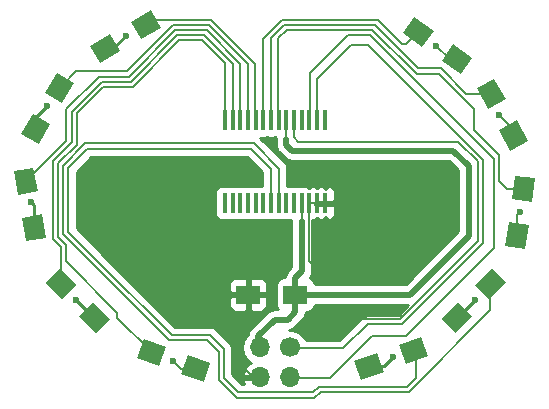
<source format=gbl>
G04 #@! TF.FileFunction,Copper,L2,Bot,Signal*
%FSLAX46Y46*%
G04 Gerber Fmt 4.6, Leading zero omitted, Abs format (unit mm)*
G04 Created by KiCad (PCBNEW 4.0.7) date 06/18/18 14:14:14*
%MOMM*%
%LPD*%
G01*
G04 APERTURE LIST*
%ADD10C,0.100000*%
%ADD11C,1.700000*%
%ADD12O,1.700000X1.700000*%
%ADD13R,2.000000X1.600000*%
%ADD14R,0.431800X1.651000*%
%ADD15C,0.600000*%
%ADD16C,0.200000*%
%ADD17C,0.500000*%
%ADD18C,0.250000*%
%ADD19C,0.254000*%
G04 APERTURE END LIST*
D10*
D11*
X101270000Y-115730000D03*
D12*
X101270000Y-118270000D03*
X98730000Y-115730000D03*
X98730000Y-118270000D03*
D10*
G36*
X118360280Y-109037638D02*
X119562362Y-110239720D01*
X118148148Y-111653934D01*
X116946066Y-110451852D01*
X118360280Y-109037638D01*
X118360280Y-109037638D01*
G37*
G36*
X115531852Y-111866066D02*
X116733934Y-113068148D01*
X115319720Y-114482362D01*
X114117638Y-113280280D01*
X115531852Y-111866066D01*
X115531852Y-111866066D01*
G37*
G36*
X112383360Y-114824701D02*
X112964795Y-116422179D01*
X111085410Y-117106219D01*
X110503975Y-115508741D01*
X112383360Y-114824701D01*
X112383360Y-114824701D01*
G37*
G36*
X108624590Y-116192781D02*
X109206025Y-117790259D01*
X107326640Y-118474299D01*
X106745205Y-116876821D01*
X108624590Y-116192781D01*
X108624590Y-116192781D01*
G37*
G36*
X120352791Y-101177899D02*
X122036247Y-101414493D01*
X121757901Y-103395029D01*
X120074445Y-103158435D01*
X120352791Y-101177899D01*
X120352791Y-101177899D01*
G37*
G36*
X119796099Y-105138971D02*
X121479555Y-105375565D01*
X121201209Y-107356101D01*
X119517753Y-107119507D01*
X119796099Y-105138971D01*
X119796099Y-105138971D01*
G37*
G36*
X117094080Y-93762208D02*
X118595091Y-92964107D01*
X119534034Y-94730002D01*
X118033023Y-95528103D01*
X117094080Y-93762208D01*
X117094080Y-93762208D01*
G37*
G36*
X118971966Y-97293998D02*
X120472977Y-96495897D01*
X121411920Y-98261792D01*
X119910909Y-99059893D01*
X118971966Y-97293998D01*
X118971966Y-97293998D01*
G37*
G36*
X110847004Y-89145550D02*
X111822084Y-87752991D01*
X113460388Y-88900144D01*
X112485308Y-90292703D01*
X110847004Y-89145550D01*
X110847004Y-89145550D01*
G37*
G36*
X114123612Y-91439856D02*
X115098692Y-90047297D01*
X116736996Y-91194450D01*
X115761916Y-92587009D01*
X114123612Y-91439856D01*
X114123612Y-91439856D01*
G37*
G36*
X89549076Y-87171878D02*
X90399076Y-88644122D01*
X88667026Y-89644122D01*
X87817026Y-88171878D01*
X89549076Y-87171878D01*
X89549076Y-87171878D01*
G37*
G36*
X86084974Y-89171878D02*
X86934974Y-90644122D01*
X85202924Y-91644122D01*
X84352924Y-90171878D01*
X86084974Y-89171878D01*
X86084974Y-89171878D01*
G37*
G36*
X81535878Y-92480924D02*
X83008122Y-93330924D01*
X82008122Y-95062974D01*
X80535878Y-94212974D01*
X81535878Y-92480924D01*
X81535878Y-92480924D01*
G37*
G36*
X79535878Y-95945026D02*
X81008122Y-96795026D01*
X80008122Y-98527076D01*
X78535878Y-97677076D01*
X79535878Y-95945026D01*
X79535878Y-95945026D01*
G37*
G36*
X77889969Y-100825177D02*
X79564142Y-100529975D01*
X79911439Y-102499591D01*
X78237266Y-102794793D01*
X77889969Y-100825177D01*
X77889969Y-100825177D01*
G37*
G36*
X78584561Y-104764409D02*
X80258734Y-104469207D01*
X80606031Y-106438823D01*
X78931858Y-106734025D01*
X78584561Y-104764409D01*
X78584561Y-104764409D01*
G37*
G36*
X80589638Y-110239720D02*
X81791720Y-109037638D01*
X83205934Y-110451852D01*
X82003852Y-111653934D01*
X80589638Y-110239720D01*
X80589638Y-110239720D01*
G37*
G36*
X83418066Y-113068148D02*
X84620148Y-111866066D01*
X86034362Y-113280280D01*
X84832280Y-114482362D01*
X83418066Y-113068148D01*
X83418066Y-113068148D01*
G37*
G36*
X88330205Y-116612679D02*
X88911640Y-115015201D01*
X90791025Y-115699241D01*
X90209590Y-117296719D01*
X88330205Y-116612679D01*
X88330205Y-116612679D01*
G37*
G36*
X92088975Y-117980759D02*
X92670410Y-116383281D01*
X94549795Y-117067321D01*
X93968360Y-118664799D01*
X92088975Y-117980759D01*
X92088975Y-117980759D01*
G37*
D13*
X101745800Y-111252000D03*
X97745800Y-111252000D03*
D14*
X95775000Y-96495000D03*
X96425000Y-96495000D03*
X97075000Y-96495000D03*
X97725000Y-96495000D03*
X98375000Y-96495000D03*
X99025000Y-96495000D03*
X99675000Y-96495000D03*
X100325000Y-96495000D03*
X100975000Y-96495000D03*
X101625000Y-96495000D03*
X102275000Y-96495000D03*
X102925000Y-96495000D03*
X103575000Y-96495000D03*
X104225000Y-96495000D03*
X104225000Y-103505000D03*
X103575000Y-103505000D03*
X102925000Y-103505000D03*
X102275000Y-103505000D03*
X101625000Y-103505000D03*
X100975000Y-103505000D03*
X100325000Y-103505000D03*
X99675000Y-103505000D03*
X99025000Y-103505000D03*
X98375000Y-103505000D03*
X97725000Y-103505000D03*
X97075000Y-103505000D03*
X96425000Y-103505000D03*
X95775000Y-103505000D03*
D15*
X103632000Y-113538000D03*
X96139000Y-113665000D03*
X96012000Y-108966000D03*
X103632000Y-109093000D03*
X91389200Y-116878100D03*
X83174840Y-111749840D03*
X79364840Y-103444040D03*
X80736440Y-95290640D03*
X87401400Y-89347040D03*
X113665000Y-90170000D03*
X118999000Y-96012000D03*
X120777000Y-104267000D03*
X116954300Y-111709200D03*
X110032800Y-116573300D03*
D16*
X102275000Y-103505000D02*
X102275000Y-105192200D01*
D17*
X102275000Y-109294300D02*
X102275000Y-105054400D01*
X101745800Y-109823500D02*
X102275000Y-109294300D01*
X101745800Y-109823500D02*
X101745800Y-111252000D01*
X100975000Y-98059400D02*
X100975000Y-98587400D01*
X111455200Y-111252000D02*
X101745800Y-111252000D01*
X116433600Y-106273600D02*
X111455200Y-111252000D01*
X116433600Y-100380800D02*
X116433600Y-106273600D01*
X115112800Y-99060000D02*
X116433600Y-100380800D01*
X101447600Y-99060000D02*
X115112800Y-99060000D01*
X100975000Y-98587400D02*
X101447600Y-99060000D01*
D16*
X100975000Y-96495000D02*
X100975000Y-98059400D01*
D17*
X98567240Y-115813840D02*
X98567240Y-114792760D01*
X101745800Y-112719100D02*
X101745800Y-111252000D01*
X101079300Y-113385600D02*
X101745800Y-112719100D01*
X99974400Y-113385600D02*
X101079300Y-113385600D01*
X98567240Y-114792760D02*
X99974400Y-113385600D01*
D16*
X97745800Y-111252000D02*
X96393000Y-111252000D01*
X101625000Y-97942000D02*
X101625000Y-96495000D01*
X101981000Y-98298000D02*
X101625000Y-97942000D01*
X115537712Y-98298000D02*
X101981000Y-98298000D01*
X117221000Y-99981288D02*
X115537712Y-98298000D01*
X117221000Y-106680000D02*
X117221000Y-99981288D01*
X110617000Y-113284000D02*
X117221000Y-106680000D01*
X106934000Y-113284000D02*
X110617000Y-113284000D01*
X106553000Y-113665000D02*
X106934000Y-113284000D01*
X103759000Y-113665000D02*
X106553000Y-113665000D01*
X103632000Y-113538000D02*
X103759000Y-113665000D01*
X96139000Y-111506000D02*
X96139000Y-113665000D01*
X96393000Y-111252000D02*
X96139000Y-111506000D01*
X102925000Y-103505000D02*
X102925000Y-108386000D01*
X97745800Y-108667800D02*
X97745800Y-111252000D01*
X97409000Y-108331000D02*
X97745800Y-108667800D01*
X96647000Y-108331000D02*
X97409000Y-108331000D01*
X96012000Y-108966000D02*
X96647000Y-108331000D01*
X102925000Y-108386000D02*
X103632000Y-109093000D01*
X102925000Y-103505000D02*
X103575000Y-103505000D01*
X103575000Y-103505000D02*
X104225000Y-103505000D01*
X98567240Y-118353840D02*
X98237040Y-118353840D01*
X98237040Y-118353840D02*
X96545400Y-116662200D01*
X97786440Y-113135160D02*
X97786440Y-111170720D01*
X96545400Y-114376200D02*
X97786440Y-113135160D01*
X96545400Y-116662200D02*
X96545400Y-114376200D01*
X98567240Y-118353840D02*
X98432620Y-118353840D01*
X93319385Y-117524040D02*
X92035140Y-117524040D01*
X92035140Y-117524040D02*
X91389200Y-116878100D01*
D18*
X84726214Y-113174214D02*
X84599214Y-113174214D01*
X84599214Y-113174214D02*
X83174840Y-111749840D01*
X79595296Y-105601616D02*
X79595296Y-103674496D01*
X79595296Y-103674496D02*
X79364840Y-103444040D01*
X79772000Y-97236051D02*
X79772000Y-96255080D01*
X79772000Y-96255080D02*
X80736440Y-95290640D01*
X85643949Y-90408000D02*
X86340440Y-90408000D01*
X86340440Y-90408000D02*
X87401400Y-89347040D01*
D16*
X115430304Y-91317153D02*
X114812153Y-91317153D01*
X114812153Y-91317153D02*
X113665000Y-90170000D01*
X118999000Y-96012000D02*
X120191943Y-97204943D01*
X120191943Y-97204943D02*
X120191943Y-97777895D01*
X120498654Y-106247536D02*
X120498654Y-104545346D01*
X120498654Y-104545346D02*
X120777000Y-104267000D01*
D18*
X115425786Y-113174214D02*
X115489286Y-113174214D01*
X115489286Y-113174214D02*
X116954300Y-111709200D01*
X115425786Y-113174214D02*
X115501986Y-113174214D01*
X109272560Y-117333540D02*
X110032800Y-116573300D01*
X107975615Y-117333540D02*
X109272560Y-117333540D01*
D16*
X95752920Y-96441260D02*
X95752920Y-91612720D01*
X95752920Y-91612720D02*
X93853000Y-89712800D01*
X93853000Y-89712800D02*
X91892120Y-89712800D01*
X91892120Y-89712800D02*
X87955120Y-93649800D01*
X87955120Y-93649800D02*
X85486240Y-93649800D01*
X85486240Y-93649800D02*
X83215480Y-95920560D01*
X83215480Y-95920560D02*
X83215480Y-98567240D01*
X83215480Y-98567240D02*
X81666080Y-100116640D01*
X81666080Y-100116640D02*
X81666080Y-106385360D01*
X81666080Y-106385360D02*
X82326480Y-107045760D01*
X82326480Y-107045760D02*
X82326480Y-108422440D01*
X82326480Y-108422440D02*
X86680040Y-112776000D01*
X86680040Y-112776000D02*
X86680040Y-113275385D01*
X86680040Y-113275385D02*
X89560615Y-116155960D01*
X96433640Y-96469200D02*
X96433640Y-91699080D01*
X96433640Y-91699080D02*
X94035880Y-89301320D01*
X94035880Y-89301320D02*
X91709240Y-89301320D01*
X91709240Y-89301320D02*
X87797640Y-93212920D01*
X87797640Y-93212920D02*
X85338920Y-93212920D01*
X85338920Y-93212920D02*
X82788760Y-95763080D01*
X82788760Y-95763080D02*
X82788760Y-98343720D01*
X82788760Y-98343720D02*
X81193640Y-99938840D01*
X81193640Y-99938840D02*
X81193640Y-106527600D01*
X81193640Y-106527600D02*
X81897786Y-107231746D01*
X81897786Y-107231746D02*
X81897786Y-110345786D01*
D18*
X82023654Y-110345786D02*
X81897786Y-110345786D01*
D16*
X97094040Y-96428560D02*
X97094040Y-91734640D01*
X97094040Y-91734640D02*
X94239080Y-88879680D01*
X94239080Y-88879680D02*
X91561920Y-88879680D01*
X91561920Y-88879680D02*
X87640160Y-92801440D01*
X87640160Y-92801440D02*
X85095080Y-92801440D01*
X85095080Y-92801440D02*
X82341720Y-95554800D01*
X82341720Y-95554800D02*
X82341720Y-98221368D01*
X82341720Y-98221368D02*
X78900704Y-101662384D01*
X97713800Y-96489520D02*
X97713800Y-91724480D01*
X97713800Y-91724480D02*
X94421960Y-88432640D01*
X94421960Y-88432640D02*
X91363800Y-88432640D01*
X91363800Y-88432640D02*
X87452200Y-92344240D01*
X87452200Y-92344240D02*
X83199709Y-92344240D01*
X83199709Y-92344240D02*
X81772000Y-93771949D01*
X98364040Y-96459040D02*
X98364040Y-91770200D01*
X98364040Y-91770200D02*
X94609920Y-88016080D01*
X94609920Y-88016080D02*
X89108051Y-88016080D01*
D18*
X89108051Y-88574651D02*
X89108051Y-88016080D01*
D16*
X99014280Y-96509840D02*
X99014280Y-89580720D01*
X111133543Y-90043000D02*
X112153696Y-89022847D01*
X110744000Y-90043000D02*
X111133543Y-90043000D01*
X108712000Y-88011000D02*
X110744000Y-90043000D01*
X100584000Y-88011000D02*
X108712000Y-88011000D01*
X99014280Y-89580720D02*
X100584000Y-88011000D01*
D18*
X112556616Y-89237237D02*
X111563837Y-89237237D01*
D16*
X99674680Y-96570800D02*
X99674680Y-89555320D01*
X116217105Y-94246105D02*
X118314057Y-94246105D01*
X114046000Y-92075000D02*
X116217105Y-94246105D01*
X112141000Y-92075000D02*
X114046000Y-92075000D01*
X108483400Y-88417400D02*
X112141000Y-92075000D01*
X100812600Y-88417400D02*
X108483400Y-88417400D01*
X99674680Y-89555320D02*
X100812600Y-88417400D01*
X100294440Y-96540320D02*
X100294440Y-89570560D01*
X119685464Y-102286464D02*
X121055346Y-102286464D01*
X118999000Y-101600000D02*
X119685464Y-102286464D01*
X118999000Y-99441000D02*
X118999000Y-101600000D01*
X116840000Y-97282000D02*
X118999000Y-99441000D01*
X116840000Y-95504000D02*
X116840000Y-97282000D01*
X113919000Y-92583000D02*
X116840000Y-95504000D01*
X112014000Y-92583000D02*
X113919000Y-92583000D01*
X108254800Y-88823800D02*
X112014000Y-92583000D01*
X101041200Y-88823800D02*
X108254800Y-88823800D01*
X100294440Y-89570560D02*
X101041200Y-88823800D01*
X100330000Y-103632000D02*
X100330000Y-100584000D01*
X118254214Y-112593686D02*
X118254214Y-110345786D01*
X111381540Y-119466360D02*
X118254214Y-112593686D01*
X103906320Y-119466360D02*
X111381540Y-119466360D01*
X103357680Y-120015000D02*
X103906320Y-119466360D01*
X96758760Y-120015000D02*
X103357680Y-120015000D01*
X95262700Y-118518940D02*
X96758760Y-120015000D01*
X95262700Y-116103400D02*
X95262700Y-118518940D01*
X94292420Y-115133120D02*
X95262700Y-116103400D01*
X91053920Y-115133120D02*
X94292420Y-115133120D01*
X83972400Y-108051600D02*
X91053920Y-115133120D01*
X83972400Y-108051600D02*
X83972400Y-108051600D01*
X82069940Y-106149140D02*
X83972400Y-108051600D01*
X82069940Y-100350320D02*
X82069940Y-106149140D01*
X83969860Y-98450400D02*
X82069940Y-100350320D01*
X98196400Y-98450400D02*
X83969860Y-98450400D01*
X100330000Y-100584000D02*
X98196400Y-98450400D01*
X102946200Y-96443800D02*
X102946200Y-92519500D01*
X104637840Y-118353840D02*
X101107240Y-118353840D01*
X108244640Y-114747040D02*
X104637840Y-118353840D01*
X111147860Y-114747040D02*
X108244640Y-114747040D01*
X118577360Y-107317540D02*
X111147860Y-114747040D01*
X118577360Y-99773740D02*
X118577360Y-107317540D01*
X108046520Y-89242900D02*
X118577360Y-99773740D01*
X106222800Y-89242900D02*
X108046520Y-89242900D01*
X102946200Y-92519500D02*
X106222800Y-89242900D01*
X103555800Y-96443800D02*
X103555800Y-93027500D01*
X105780840Y-115813840D02*
X101107240Y-115813840D01*
X107889040Y-113705640D02*
X105780840Y-115813840D01*
X110779560Y-113705640D02*
X107889040Y-113705640D01*
X117637560Y-106847640D02*
X110779560Y-113705640D01*
X117637560Y-99832160D02*
X117637560Y-106847640D01*
X107906820Y-90101420D02*
X117637560Y-99832160D01*
X106481880Y-90101420D02*
X107906820Y-90101420D01*
X103555800Y-93027500D02*
X106481880Y-90101420D01*
X99669600Y-103581200D02*
X99669600Y-100591620D01*
X111937585Y-118323575D02*
X111937585Y-115965460D01*
X111216440Y-119044720D02*
X111937585Y-118323575D01*
X103710740Y-119044720D02*
X111216440Y-119044720D01*
X103216662Y-119538798D02*
X103710740Y-119044720D01*
X96895920Y-119538798D02*
X103216662Y-119538798D01*
X95666560Y-118309438D02*
X96895920Y-119538798D01*
X95666560Y-115895120D02*
X95666560Y-118309438D01*
X94477840Y-114706400D02*
X95666560Y-115895120D01*
X91257120Y-114706400D02*
X94477840Y-114706400D01*
X85105240Y-108554520D02*
X91257120Y-114706400D01*
X85105240Y-108549440D02*
X85105240Y-108554520D01*
X82499200Y-105943400D02*
X85105240Y-108549440D01*
X82499200Y-100528120D02*
X82499200Y-105943400D01*
X84124800Y-98902520D02*
X82499200Y-100528120D01*
X97980500Y-98902520D02*
X84124800Y-98902520D01*
X99669600Y-100591620D02*
X97980500Y-98902520D01*
D19*
G36*
X98934600Y-100896067D02*
X98934600Y-102032060D01*
X98809100Y-102032060D01*
X98695995Y-102053342D01*
X98590900Y-102032060D01*
X98159100Y-102032060D01*
X98045995Y-102053342D01*
X97940900Y-102032060D01*
X97509100Y-102032060D01*
X97395995Y-102053342D01*
X97290900Y-102032060D01*
X96859100Y-102032060D01*
X96745995Y-102053342D01*
X96640900Y-102032060D01*
X96209100Y-102032060D01*
X96095995Y-102053342D01*
X95990900Y-102032060D01*
X95559100Y-102032060D01*
X95323783Y-102076338D01*
X95107659Y-102215410D01*
X94962669Y-102427610D01*
X94911660Y-102679500D01*
X94911660Y-104330500D01*
X94955938Y-104565817D01*
X95095010Y-104781941D01*
X95307210Y-104926931D01*
X95559100Y-104977940D01*
X95990900Y-104977940D01*
X96104005Y-104956658D01*
X96209100Y-104977940D01*
X96640900Y-104977940D01*
X96754005Y-104956658D01*
X96859100Y-104977940D01*
X97290900Y-104977940D01*
X97404005Y-104956658D01*
X97509100Y-104977940D01*
X97940900Y-104977940D01*
X98054005Y-104956658D01*
X98159100Y-104977940D01*
X98590900Y-104977940D01*
X98704005Y-104956658D01*
X98809100Y-104977940D01*
X99240900Y-104977940D01*
X99354005Y-104956658D01*
X99459100Y-104977940D01*
X99890900Y-104977940D01*
X100004005Y-104956658D01*
X100109100Y-104977940D01*
X100540900Y-104977940D01*
X100654005Y-104956658D01*
X100759100Y-104977940D01*
X101190900Y-104977940D01*
X101304005Y-104956658D01*
X101405360Y-104977183D01*
X101390000Y-105054400D01*
X101390000Y-108927721D01*
X101120010Y-109197710D01*
X100928167Y-109484825D01*
X100916990Y-109541016D01*
X100864566Y-109804560D01*
X100745800Y-109804560D01*
X100510483Y-109848838D01*
X100294359Y-109987910D01*
X100149369Y-110200110D01*
X100098360Y-110452000D01*
X100098360Y-112052000D01*
X100142638Y-112287317D01*
X100279882Y-112500600D01*
X99974405Y-112500600D01*
X99974400Y-112500599D01*
X99691916Y-112556790D01*
X99635725Y-112567967D01*
X99348610Y-112759810D01*
X99348608Y-112759813D01*
X97941450Y-114166970D01*
X97749607Y-114454085D01*
X97749607Y-114454086D01*
X97712930Y-114638467D01*
X97650853Y-114679946D01*
X97328946Y-115161715D01*
X97215907Y-115730000D01*
X97328946Y-116298285D01*
X97650853Y-116780054D01*
X97991553Y-117007702D01*
X97848642Y-117074817D01*
X97458355Y-117503076D01*
X97288524Y-117913110D01*
X97409845Y-118143000D01*
X98603000Y-118143000D01*
X98603000Y-118123000D01*
X98857000Y-118123000D01*
X98857000Y-118143000D01*
X98877000Y-118143000D01*
X98877000Y-118397000D01*
X98857000Y-118397000D01*
X98857000Y-118417000D01*
X98603000Y-118417000D01*
X98603000Y-118397000D01*
X97409845Y-118397000D01*
X97288524Y-118626890D01*
X97361797Y-118803798D01*
X97200367Y-118803798D01*
X96401560Y-118004992D01*
X96401560Y-115895120D01*
X96345611Y-115613848D01*
X96325451Y-115583676D01*
X96186284Y-115375397D01*
X94997563Y-114186677D01*
X94759112Y-114027349D01*
X94721251Y-114019818D01*
X94477840Y-113971400D01*
X91561567Y-113971400D01*
X89127917Y-111537750D01*
X96110800Y-111537750D01*
X96110800Y-112178310D01*
X96207473Y-112411699D01*
X96386102Y-112590327D01*
X96619491Y-112687000D01*
X97460050Y-112687000D01*
X97618800Y-112528250D01*
X97618800Y-111379000D01*
X97872800Y-111379000D01*
X97872800Y-112528250D01*
X98031550Y-112687000D01*
X98872109Y-112687000D01*
X99105498Y-112590327D01*
X99284127Y-112411699D01*
X99380800Y-112178310D01*
X99380800Y-111537750D01*
X99222050Y-111379000D01*
X97872800Y-111379000D01*
X97618800Y-111379000D01*
X96269550Y-111379000D01*
X96110800Y-111537750D01*
X89127917Y-111537750D01*
X87915857Y-110325690D01*
X96110800Y-110325690D01*
X96110800Y-110966250D01*
X96269550Y-111125000D01*
X97618800Y-111125000D01*
X97618800Y-109975750D01*
X97872800Y-109975750D01*
X97872800Y-111125000D01*
X99222050Y-111125000D01*
X99380800Y-110966250D01*
X99380800Y-110325690D01*
X99284127Y-110092301D01*
X99105498Y-109913673D01*
X98872109Y-109817000D01*
X98031550Y-109817000D01*
X97872800Y-109975750D01*
X97618800Y-109975750D01*
X97460050Y-109817000D01*
X96619491Y-109817000D01*
X96386102Y-109913673D01*
X96207473Y-110092301D01*
X96110800Y-110325690D01*
X87915857Y-110325690D01*
X85635194Y-108045028D01*
X85624963Y-108029716D01*
X83234200Y-105638954D01*
X83234200Y-100832566D01*
X84429247Y-99637520D01*
X97676054Y-99637520D01*
X98934600Y-100896067D01*
X98934600Y-100896067D01*
G37*
X98934600Y-100896067D02*
X98934600Y-102032060D01*
X98809100Y-102032060D01*
X98695995Y-102053342D01*
X98590900Y-102032060D01*
X98159100Y-102032060D01*
X98045995Y-102053342D01*
X97940900Y-102032060D01*
X97509100Y-102032060D01*
X97395995Y-102053342D01*
X97290900Y-102032060D01*
X96859100Y-102032060D01*
X96745995Y-102053342D01*
X96640900Y-102032060D01*
X96209100Y-102032060D01*
X96095995Y-102053342D01*
X95990900Y-102032060D01*
X95559100Y-102032060D01*
X95323783Y-102076338D01*
X95107659Y-102215410D01*
X94962669Y-102427610D01*
X94911660Y-102679500D01*
X94911660Y-104330500D01*
X94955938Y-104565817D01*
X95095010Y-104781941D01*
X95307210Y-104926931D01*
X95559100Y-104977940D01*
X95990900Y-104977940D01*
X96104005Y-104956658D01*
X96209100Y-104977940D01*
X96640900Y-104977940D01*
X96754005Y-104956658D01*
X96859100Y-104977940D01*
X97290900Y-104977940D01*
X97404005Y-104956658D01*
X97509100Y-104977940D01*
X97940900Y-104977940D01*
X98054005Y-104956658D01*
X98159100Y-104977940D01*
X98590900Y-104977940D01*
X98704005Y-104956658D01*
X98809100Y-104977940D01*
X99240900Y-104977940D01*
X99354005Y-104956658D01*
X99459100Y-104977940D01*
X99890900Y-104977940D01*
X100004005Y-104956658D01*
X100109100Y-104977940D01*
X100540900Y-104977940D01*
X100654005Y-104956658D01*
X100759100Y-104977940D01*
X101190900Y-104977940D01*
X101304005Y-104956658D01*
X101405360Y-104977183D01*
X101390000Y-105054400D01*
X101390000Y-108927721D01*
X101120010Y-109197710D01*
X100928167Y-109484825D01*
X100916990Y-109541016D01*
X100864566Y-109804560D01*
X100745800Y-109804560D01*
X100510483Y-109848838D01*
X100294359Y-109987910D01*
X100149369Y-110200110D01*
X100098360Y-110452000D01*
X100098360Y-112052000D01*
X100142638Y-112287317D01*
X100279882Y-112500600D01*
X99974405Y-112500600D01*
X99974400Y-112500599D01*
X99691916Y-112556790D01*
X99635725Y-112567967D01*
X99348610Y-112759810D01*
X99348608Y-112759813D01*
X97941450Y-114166970D01*
X97749607Y-114454085D01*
X97749607Y-114454086D01*
X97712930Y-114638467D01*
X97650853Y-114679946D01*
X97328946Y-115161715D01*
X97215907Y-115730000D01*
X97328946Y-116298285D01*
X97650853Y-116780054D01*
X97991553Y-117007702D01*
X97848642Y-117074817D01*
X97458355Y-117503076D01*
X97288524Y-117913110D01*
X97409845Y-118143000D01*
X98603000Y-118143000D01*
X98603000Y-118123000D01*
X98857000Y-118123000D01*
X98857000Y-118143000D01*
X98877000Y-118143000D01*
X98877000Y-118397000D01*
X98857000Y-118397000D01*
X98857000Y-118417000D01*
X98603000Y-118417000D01*
X98603000Y-118397000D01*
X97409845Y-118397000D01*
X97288524Y-118626890D01*
X97361797Y-118803798D01*
X97200367Y-118803798D01*
X96401560Y-118004992D01*
X96401560Y-115895120D01*
X96345611Y-115613848D01*
X96325451Y-115583676D01*
X96186284Y-115375397D01*
X94997563Y-114186677D01*
X94759112Y-114027349D01*
X94721251Y-114019818D01*
X94477840Y-113971400D01*
X91561567Y-113971400D01*
X89127917Y-111537750D01*
X96110800Y-111537750D01*
X96110800Y-112178310D01*
X96207473Y-112411699D01*
X96386102Y-112590327D01*
X96619491Y-112687000D01*
X97460050Y-112687000D01*
X97618800Y-112528250D01*
X97618800Y-111379000D01*
X97872800Y-111379000D01*
X97872800Y-112528250D01*
X98031550Y-112687000D01*
X98872109Y-112687000D01*
X99105498Y-112590327D01*
X99284127Y-112411699D01*
X99380800Y-112178310D01*
X99380800Y-111537750D01*
X99222050Y-111379000D01*
X97872800Y-111379000D01*
X97618800Y-111379000D01*
X96269550Y-111379000D01*
X96110800Y-111537750D01*
X89127917Y-111537750D01*
X87915857Y-110325690D01*
X96110800Y-110325690D01*
X96110800Y-110966250D01*
X96269550Y-111125000D01*
X97618800Y-111125000D01*
X97618800Y-109975750D01*
X97872800Y-109975750D01*
X97872800Y-111125000D01*
X99222050Y-111125000D01*
X99380800Y-110966250D01*
X99380800Y-110325690D01*
X99284127Y-110092301D01*
X99105498Y-109913673D01*
X98872109Y-109817000D01*
X98031550Y-109817000D01*
X97872800Y-109975750D01*
X97618800Y-109975750D01*
X97460050Y-109817000D01*
X96619491Y-109817000D01*
X96386102Y-109913673D01*
X96207473Y-110092301D01*
X96110800Y-110325690D01*
X87915857Y-110325690D01*
X85635194Y-108045028D01*
X85624963Y-108029716D01*
X83234200Y-105638954D01*
X83234200Y-100832566D01*
X84429247Y-99637520D01*
X97676054Y-99637520D01*
X98934600Y-100896067D01*
G36*
X110475114Y-112970640D02*
X107889040Y-112970640D01*
X107607768Y-113026589D01*
X107369316Y-113185917D01*
X105476394Y-115078840D01*
X102607719Y-115078840D01*
X102529656Y-114889914D01*
X102112283Y-114471812D01*
X101566681Y-114245258D01*
X101208276Y-114244946D01*
X101361784Y-114214410D01*
X101417975Y-114203233D01*
X101705090Y-114011390D01*
X101705091Y-114011389D01*
X102371587Y-113344892D01*
X102371590Y-113344890D01*
X102563433Y-113057775D01*
X102630800Y-112719100D01*
X102630800Y-112699440D01*
X102745800Y-112699440D01*
X102981117Y-112655162D01*
X103197241Y-112516090D01*
X103342231Y-112303890D01*
X103376027Y-112137000D01*
X111308754Y-112137000D01*
X110475114Y-112970640D01*
X110475114Y-112970640D01*
G37*
X110475114Y-112970640D02*
X107889040Y-112970640D01*
X107607768Y-113026589D01*
X107369316Y-113185917D01*
X105476394Y-115078840D01*
X102607719Y-115078840D01*
X102529656Y-114889914D01*
X102112283Y-114471812D01*
X101566681Y-114245258D01*
X101208276Y-114244946D01*
X101361784Y-114214410D01*
X101417975Y-114203233D01*
X101705090Y-114011390D01*
X101705091Y-114011389D01*
X102371587Y-113344892D01*
X102371590Y-113344890D01*
X102563433Y-113057775D01*
X102630800Y-112719100D01*
X102630800Y-112699440D01*
X102745800Y-112699440D01*
X102981117Y-112655162D01*
X103197241Y-112516090D01*
X103342231Y-112303890D01*
X103376027Y-112137000D01*
X111308754Y-112137000D01*
X110475114Y-112970640D01*
G36*
X100108228Y-97967763D02*
X100090000Y-98059400D01*
X100090000Y-98587395D01*
X100089999Y-98587400D01*
X100124720Y-98761949D01*
X100157367Y-98926075D01*
X100310135Y-99154710D01*
X100349210Y-99213190D01*
X100821808Y-99685787D01*
X100821810Y-99685790D01*
X101108925Y-99877633D01*
X101447600Y-99945000D01*
X114746220Y-99945000D01*
X115548600Y-100747379D01*
X115548600Y-105907021D01*
X111088620Y-110367000D01*
X103377246Y-110367000D01*
X103348962Y-110216683D01*
X103209890Y-110000559D01*
X102997690Y-109855569D01*
X102950312Y-109845975D01*
X103092633Y-109632975D01*
X103108792Y-109551741D01*
X103160001Y-109294300D01*
X103160000Y-109294295D01*
X103160000Y-105054400D01*
X103134193Y-104924660D01*
X103162645Y-104936445D01*
X103191700Y-104965500D01*
X103308300Y-104965500D01*
X103337355Y-104936445D01*
X103500599Y-104868827D01*
X103575000Y-104794426D01*
X103649401Y-104868827D01*
X103812645Y-104936445D01*
X103841700Y-104965500D01*
X103958300Y-104965500D01*
X103987355Y-104936445D01*
X104150599Y-104868827D01*
X104329227Y-104690198D01*
X104332950Y-104681210D01*
X104332950Y-104806750D01*
X104491700Y-104965500D01*
X104567210Y-104965500D01*
X104800599Y-104868827D01*
X104979227Y-104690198D01*
X105075900Y-104456809D01*
X105075900Y-103790750D01*
X104917150Y-103632000D01*
X104332950Y-103632000D01*
X104332950Y-103697800D01*
X104267150Y-103632000D01*
X103428000Y-103632000D01*
X103428000Y-103378000D01*
X104267150Y-103378000D01*
X104332950Y-103312200D01*
X104332950Y-103378000D01*
X104917150Y-103378000D01*
X105075900Y-103219250D01*
X105075900Y-102553191D01*
X104979227Y-102319802D01*
X104800599Y-102141173D01*
X104567210Y-102044500D01*
X104491700Y-102044500D01*
X104332950Y-102203250D01*
X104332950Y-102328790D01*
X104329227Y-102319802D01*
X104150599Y-102141173D01*
X103987355Y-102073555D01*
X103958300Y-102044500D01*
X103841700Y-102044500D01*
X103812645Y-102073555D01*
X103649401Y-102141173D01*
X103575000Y-102215574D01*
X103500599Y-102141173D01*
X103337355Y-102073555D01*
X103308300Y-102044500D01*
X103191700Y-102044500D01*
X103162645Y-102073555D01*
X102999401Y-102141173D01*
X102929757Y-102210818D01*
X102742790Y-102083069D01*
X102685208Y-102071408D01*
X102658300Y-102044500D01*
X102582790Y-102044500D01*
X102572788Y-102048643D01*
X102490900Y-102032060D01*
X102059100Y-102032060D01*
X101945995Y-102053342D01*
X101840900Y-102032060D01*
X101409100Y-102032060D01*
X101295995Y-102053342D01*
X101190900Y-102032060D01*
X101065000Y-102032060D01*
X101065000Y-100584000D01*
X101009051Y-100302728D01*
X101002861Y-100293464D01*
X100849723Y-100064276D01*
X98739239Y-97953793D01*
X98809100Y-97967940D01*
X99240900Y-97967940D01*
X99354005Y-97946658D01*
X99459100Y-97967940D01*
X99890900Y-97967940D01*
X100004005Y-97946658D01*
X100108228Y-97967763D01*
X100108228Y-97967763D01*
G37*
X100108228Y-97967763D02*
X100090000Y-98059400D01*
X100090000Y-98587395D01*
X100089999Y-98587400D01*
X100124720Y-98761949D01*
X100157367Y-98926075D01*
X100310135Y-99154710D01*
X100349210Y-99213190D01*
X100821808Y-99685787D01*
X100821810Y-99685790D01*
X101108925Y-99877633D01*
X101447600Y-99945000D01*
X114746220Y-99945000D01*
X115548600Y-100747379D01*
X115548600Y-105907021D01*
X111088620Y-110367000D01*
X103377246Y-110367000D01*
X103348962Y-110216683D01*
X103209890Y-110000559D01*
X102997690Y-109855569D01*
X102950312Y-109845975D01*
X103092633Y-109632975D01*
X103108792Y-109551741D01*
X103160001Y-109294300D01*
X103160000Y-109294295D01*
X103160000Y-105054400D01*
X103134193Y-104924660D01*
X103162645Y-104936445D01*
X103191700Y-104965500D01*
X103308300Y-104965500D01*
X103337355Y-104936445D01*
X103500599Y-104868827D01*
X103575000Y-104794426D01*
X103649401Y-104868827D01*
X103812645Y-104936445D01*
X103841700Y-104965500D01*
X103958300Y-104965500D01*
X103987355Y-104936445D01*
X104150599Y-104868827D01*
X104329227Y-104690198D01*
X104332950Y-104681210D01*
X104332950Y-104806750D01*
X104491700Y-104965500D01*
X104567210Y-104965500D01*
X104800599Y-104868827D01*
X104979227Y-104690198D01*
X105075900Y-104456809D01*
X105075900Y-103790750D01*
X104917150Y-103632000D01*
X104332950Y-103632000D01*
X104332950Y-103697800D01*
X104267150Y-103632000D01*
X103428000Y-103632000D01*
X103428000Y-103378000D01*
X104267150Y-103378000D01*
X104332950Y-103312200D01*
X104332950Y-103378000D01*
X104917150Y-103378000D01*
X105075900Y-103219250D01*
X105075900Y-102553191D01*
X104979227Y-102319802D01*
X104800599Y-102141173D01*
X104567210Y-102044500D01*
X104491700Y-102044500D01*
X104332950Y-102203250D01*
X104332950Y-102328790D01*
X104329227Y-102319802D01*
X104150599Y-102141173D01*
X103987355Y-102073555D01*
X103958300Y-102044500D01*
X103841700Y-102044500D01*
X103812645Y-102073555D01*
X103649401Y-102141173D01*
X103575000Y-102215574D01*
X103500599Y-102141173D01*
X103337355Y-102073555D01*
X103308300Y-102044500D01*
X103191700Y-102044500D01*
X103162645Y-102073555D01*
X102999401Y-102141173D01*
X102929757Y-102210818D01*
X102742790Y-102083069D01*
X102685208Y-102071408D01*
X102658300Y-102044500D01*
X102582790Y-102044500D01*
X102572788Y-102048643D01*
X102490900Y-102032060D01*
X102059100Y-102032060D01*
X101945995Y-102053342D01*
X101840900Y-102032060D01*
X101409100Y-102032060D01*
X101295995Y-102053342D01*
X101190900Y-102032060D01*
X101065000Y-102032060D01*
X101065000Y-100584000D01*
X101009051Y-100302728D01*
X101002861Y-100293464D01*
X100849723Y-100064276D01*
X98739239Y-97953793D01*
X98809100Y-97967940D01*
X99240900Y-97967940D01*
X99354005Y-97946658D01*
X99459100Y-97967940D01*
X99890900Y-97967940D01*
X100004005Y-97946658D01*
X100108228Y-97967763D01*
M02*

</source>
